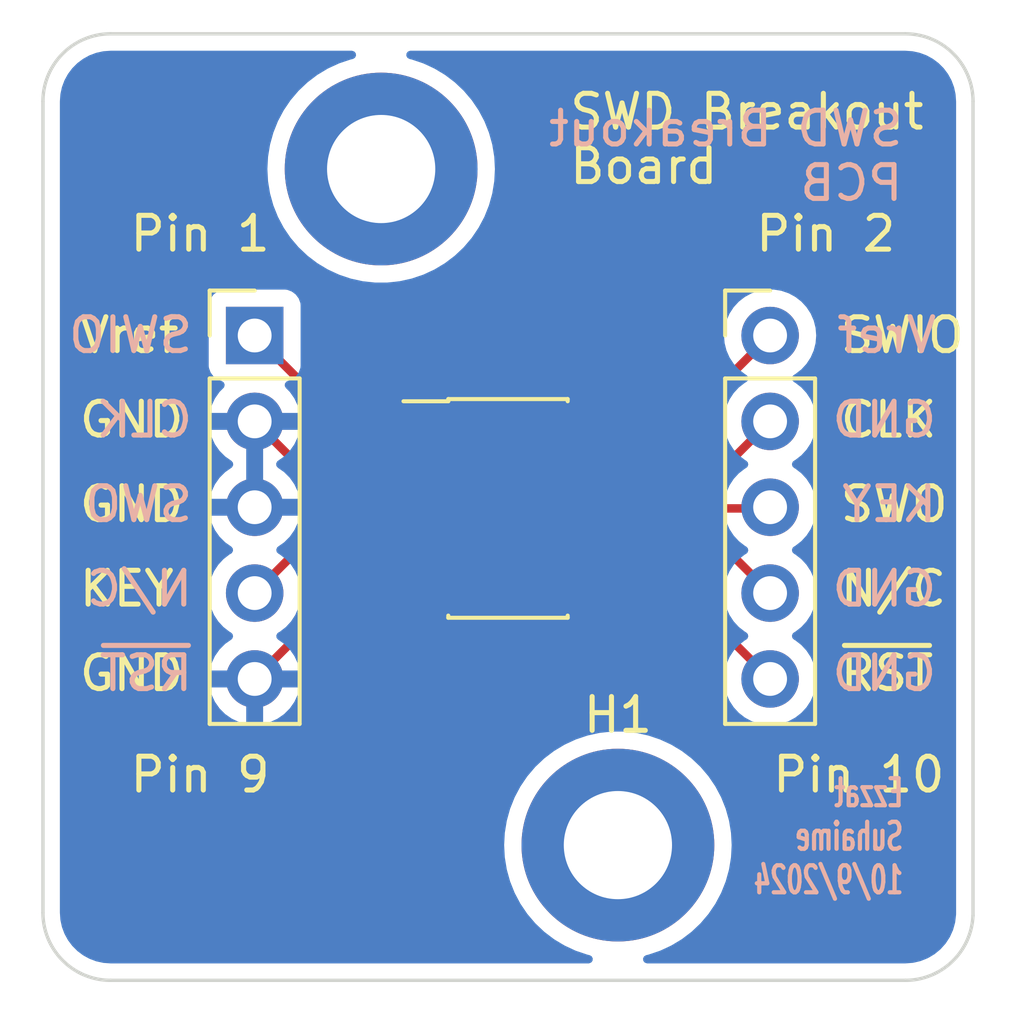
<source format=kicad_pcb>
(kicad_pcb (version 20240108) (generator "pcbnew") (generator_version "8.0")
  (layers (0 "F.Cu" signal) (31 "B.Cu" signal) (34 "B.Paste" user) (35 "F.Paste" user) (36 "B.SilkS" user "B.Silkscreen") (37 "F.SilkS" user "F.Silkscreen") (38 "B.Mask" user) (39 "F.Mask" user) (44 "Edge.Cuts" user))
  (net 0 "")
  (net 5 "/GND")
  (net 6 "/SWO")
  (net 7 "/n{slash}c")
  (net 8 "/SWIO")
  (net 9 "/Vref")
  (net 10 "/Key")
  (net 11 "/~{RST}")
  (net 12 "/CLK")
  (footprint "MountingHole:MountingHole_3.2mm_M3_ISO7380_Pad" (layer "F.Cu") (at 219 152)
    (property "Reference" "H1" (at 0 -3.85 0) (layer "F.SilkS"))
    (property "Value" "MountingHole")
    (pad "1" thru_hole circle (at 0 0) (size 5.7 5.7) (drill 3.2) (layers "*.Cu" "*.Mask"))
  )
  (footprint "Connector_PinHeader_2.54mm:PinHeader_1x05_P2.54mm_Vertical" (layer "F.Cu") (at 208.26 136.925)
    (property "Reference" "J2" (hide yes))
    (property "Value" "Conn_01x05_Socket")
    (fp_line (start -1.33 -1.33) (end 0 -1.33) (stroke (width 0.12)) (layer "F.SilkS"))
    (fp_line (start -1.33 0) (end -1.33 -1.33) (stroke (width 0.12)) (layer "F.SilkS"))
    (fp_line (start -1.33 1.27) (end -1.33 11.49) (stroke (width 0.12)) (layer "F.SilkS"))
    (fp_line (start -1.33 1.27) (end 1.33 1.27) (stroke (width 0.12)) (layer "F.SilkS"))
    (fp_line (start -1.33 11.49) (end 1.33 11.49) (stroke (width 0.12)) (layer "F.SilkS"))
    (fp_line (start 1.33 1.27) (end 1.33 11.49) (stroke (width 0.12)) (layer "F.SilkS"))
    (pad "1" thru_hole rect (at 0 0) (size 1.7 1.7) (drill 1) (layers "*.Cu" "*.Mask") (net 9 "/Vref"))
    (pad "2" thru_hole oval (at 0 2.54) (size 1.7 1.7) (drill 1) (layers "*.Cu" "*.Mask") (net 5 "/GND"))
    (pad "3" thru_hole oval (at 0 5.08) (size 1.7 1.7) (drill 1) (layers "*.Cu" "*.Mask") (net 5 "/GND"))
    (pad "4" thru_hole oval (at 0 7.62) (size 1.7 1.7) (drill 1) (layers "*.Cu" "*.Mask") (net 10 "/Key"))
    (pad "5" thru_hole oval (at 0 10.16) (size 1.7 1.7) (drill 1) (layers "*.Cu" "*.Mask") (net 5 "/GND"))
  )
  (footprint "Connector_PinHeader_2.54mm:PinHeader_1x05_P2.54mm_Vertical" (layer "F.Cu") (at 223.5 136.925)
    (property "Reference" "J3" (hide yes))
    (property "Value" "Conn_01x05_Socket")
    (fp_line (start -1.33 -1.33) (end 0 -1.33) (stroke (width 0.12)) (layer "F.SilkS"))
    (fp_line (start -1.33 0) (end -1.33 -1.33) (stroke (width 0.12)) (layer "F.SilkS"))
    (fp_line (start -1.33 1.27) (end -1.33 11.49) (stroke (width 0.12)) (layer "F.SilkS"))
    (fp_line (start -1.33 1.27) (end 1.33 1.27) (stroke (width 0.12)) (layer "F.SilkS"))
    (fp_line (start -1.33 11.49) (end 1.33 11.49) (stroke (width 0.12)) (layer "F.SilkS"))
    (fp_line (start 1.33 1.27) (end 1.33 11.49) (stroke (width 0.12)) (layer "F.SilkS"))
    (pad "1" thru_hole circle (at 0 0) (size 1.7 1.7) (drill 1) (layers "*.Cu" "*.Mask") (net 8 "/SWIO"))
    (pad "2" thru_hole oval (at 0 2.54) (size 1.7 1.7) (drill 1) (layers "*.Cu" "*.Mask") (net 12 "/CLK"))
    (pad "3" thru_hole oval (at 0 5.08) (size 1.7 1.7) (drill 1) (layers "*.Cu" "*.Mask") (net 6 "/SWO"))
    (pad "4" thru_hole oval (at 0 7.62) (size 1.7 1.7) (drill 1) (layers "*.Cu" "*.Mask") (net 7 "/n{slash}c"))
    (pad "5" thru_hole oval (at 0 10.16) (size 1.7 1.7) (drill 1) (layers "*.Cu" "*.Mask") (net 11 "/~{RST}"))
  )
  (footprint "Connector_PinHeader_1.27mm:PinHeader_2x05_P1.27mm_Vertical_SMD" (layer "F.Cu") (at 215.75 142.04)
    (property "Reference" "J1" (hide yes))
    (property "Value" "Conn_02x05_Odd_Even")
    (fp_line (start -3.09 -3.17) (end -1.765 -3.17) (stroke (width 0.12)) (layer "F.SilkS"))
    (fp_line (start -1.765 -3.235) (end -1.765 -3.17) (stroke (width 0.12)) (layer "F.SilkS"))
    (fp_line (start -1.765 -3.235) (end 1.765 -3.235) (stroke (width 0.12)) (layer "F.SilkS"))
    (fp_line (start -1.765 3.17) (end -1.765 3.235) (stroke (width 0.12)) (layer "F.SilkS"))
    (fp_line (start -1.765 3.235) (end 1.765 3.235) (stroke (width 0.12)) (layer "F.SilkS"))
    (fp_line (start 1.765 -3.235) (end 1.765 -3.17) (stroke (width 0.12)) (layer "F.SilkS"))
    (fp_line (start 1.765 3.17) (end 1.765 3.235) (stroke (width 0.12)) (layer "F.SilkS"))
    (pad "1" smd rect (at -1.95 -2.54) (size 2.4 0.74) (layers "F.Cu" "F.Paste" "F.Mask") (net 9 "/Vref"))
    (pad "2" smd rect (at 1.95 -2.54) (size 2.4 0.74) (layers "F.Cu" "F.Paste" "F.Mask") (net 8 "/SWIO"))
    (pad "3" smd rect (at -1.95 -1.27) (size 2.4 0.74) (layers "F.Cu" "F.Paste" "F.Mask") (net 5 "/GND"))
    (pad "4" smd rect (at 1.95 -1.27) (size 2.4 0.74) (layers "F.Cu" "F.Paste" "F.Mask") (net 12 "/CLK"))
    (pad "5" smd rect (at -1.95 0) (size 2.4 0.74) (layers "F.Cu" "F.Paste" "F.Mask") (net 5 "/GND"))
    (pad "6" smd rect (at 1.95 0) (size 2.4 0.74) (layers "F.Cu" "F.Paste" "F.Mask") (net 6 "/SWO"))
    (pad "7" smd rect (at -1.95 1.27) (size 2.4 0.74) (layers "F.Cu" "F.Paste" "F.Mask") (net 10 "/Key"))
    (pad "8" smd rect (at 1.95 1.27) (size 2.4 0.74) (layers "F.Cu" "F.Paste" "F.Mask") (net 7 "/n{slash}c"))
    (pad "9" smd rect (at -1.95 2.54) (size 2.4 0.74) (layers "F.Cu" "F.Paste" "F.Mask") (net 5 "/GND"))
    (pad "10" smd rect (at 1.95 2.54) (size 2.4 0.74) (layers "F.Cu" "F.Paste" "F.Mask") (net 11 "/~{RST}"))
  )
  (footprint "MountingHole:MountingHole_3.2mm_M3_ISO7380_Pad_TopBottom" (layer "F.Cu") (at 212 132)
    (property "Reference" "H2" (hide yes))
    (property "Value" "MountingHole")
    (pad "1" thru_hole circle (at 0 0) (size 3.6 3.6) (drill 3.2) (layers "*.Cu" "*.Mask"))
    (pad "1" connect circle (at 0 0) (size 5.7 5.7) (layers "F.Cu" "F.Mask"))
    (pad "1" connect circle (at 0 0) (size 5.7 5.7) (layers "B.Cu" "B.Mask"))
  )
  (gr_line (start 204 128) (end 227.5 128) (stroke (width 0.1)) (layer "Edge.Cuts"))
  (gr_arc (start 204 156) (mid 202.585786 155.414214) (end 202 154) (stroke (width 0.1)) (layer "Edge.Cuts"))
  (gr_arc (start 227.5 128) (mid 228.914214 128.585786) (end 229.5 130) (stroke (width 0.1)) (layer "Edge.Cuts"))
  (gr_line (start 227.5 156) (end 204 156) (stroke (width 0.1)) (layer "Edge.Cuts"))
  (gr_line (start 202 154) (end 202 130) (stroke (width 0.1)) (layer "Edge.Cuts"))
  (gr_arc (start 229.498163 154.085707) (mid 228.88358 155.444198) (end 227.5 156) (stroke (width 0.1)) (layer "Edge.Cuts"))
  (gr_line (start 229.5 130) (end 229.5 154.085786) (stroke (width 0.1)) (layer "Edge.Cuts"))
  (gr_arc (start 202 130) (mid 202.585786 128.585786) (end 204 128) (stroke (width 0.1)) (layer "Edge.Cuts"))
  (gr_text "GND" (at 228.5 147.5 0) (layer "B.SilkS") (effects (font (size 1 1)) (justify left bottom mirror)))
  (gr_text "SWO" (at 206.5 142.5 0) (layer "B.SilkS") (effects (font (size 1 1)) (justify left bottom mirror)))
  (gr_text "GND" (at 228.5 145 0) (layer "B.SilkS") (effects (font (size 1 1)) (justify left bottom mirror)))
  (gr_text "KEY" (at 228.5 142.5 0) (layer "B.SilkS") (effects (font (size 1 1)) (justify left bottom mirror)))
  (gr_text "N/C" (at 206.5 145 0) (layer "B.SilkS") (effects (font (size 1 1)) (justify left bottom mirror)))
  (gr_text "SWIO" (at 206.5 137.5 0) (layer "B.SilkS") (effects (font (size 1 1)) (justify left bottom mirror)))
  (gr_text "CLK" (at 206.5 140 0) (layer "B.SilkS") (effects (font (size 1 1)) (justify left bottom mirror)))
  (gr_text "Ezzat \nSuhaime\n10/9/2024" (at 227.5 153.5 0) (layer "B.SilkS") (effects (font (size 0.8 0.5) (thickness 0.125)) (justify left bottom mirror)))
  (gr_text "Vref" (at 228.5 137.5 0) (layer "B.SilkS") (effects (font (size 1 1)) (justify left bottom mirror)))
  (gr_text "~{RST}" (at 206.5 147.5 0) (layer "B.SilkS") (effects (font (size 1 1)) (justify left bottom mirror)))
  (gr_text "SWD Breakout\nPCB\n" (at 227.5 133 0) (layer "B.SilkS") (effects (font (size 1 1)) (justify left bottom mirror)))
  (gr_text "GND" (at 228.5 140 0) (layer "B.SilkS") (effects (font (size 1 1)) (justify left bottom mirror)))
  (gr_text "SWO" (at 225.5 142.5 0) (layer "F.SilkS") (effects (font (size 1 1)) (justify left bottom)))
  (gr_text "KEY" (at 203 145 0) (layer "F.SilkS") (effects (font (size 1 1)) (justify left bottom)))
  (gr_text "GND" (at 203 147.5 0) (layer "F.SilkS") (effects (font (size 1 1)) (justify left bottom)))
  (gr_text "Pin 9" (at 204.5 150.5 0) (layer "F.SilkS") (effects (font (size 1 1)) (justify left bottom)))
  (gr_text "N/C" (at 225.5 145 0) (layer "F.SilkS") (effects (font (size 1 1)) (justify left bottom)))
  (gr_text "SWD Breakout\nBoard" (at 217.5 132.5 0) (layer "F.SilkS") (effects (font (size 1 1)) (justify left bottom)))
  (gr_text "GND" (at 203 140 0) (layer "F.SilkS") (effects (font (size 1 1)) (justify left bottom)))
  (gr_text "SWIO" (at 225.5 137.5 0) (layer "F.SilkS") (effects (font (size 1 1)) (justify left bottom)))
  (gr_text "Vref" (at 203 137.5 0) (layer "F.SilkS") (effects (font (size 1 1)) (justify left bottom)))
  (gr_text "CLK" (at 225.5 140 0) (layer "F.SilkS") (effects (font (size 1 1)) (justify left bottom)))
  (gr_text "GND" (at 203 142.5 0) (layer "F.SilkS") (effects (font (size 1 1)) (justify left bottom)))
  (gr_text "~{RST}" (at 225.5 147.5 0) (layer "F.SilkS") (effects (font (size 1 1)) (justify left bottom)))
  (gr_text "Pin 2" (at 223 134.5 0) (layer "F.SilkS") (effects (font (size 1 1)) (justify left bottom)))
  (gr_text "Pin 10" (at 223.5 150.5 0) (layer "F.SilkS") (effects (font (size 1 1)) (justify left bottom)))
  (gr_text "Pin 1" (at 204.5 134.5 0) (layer "F.SilkS") (effects (font (size 1 1)) (justify left bottom)))
  (segment (start 213.8 142.04) (end 208.295 142.04) (width 0.25) (layer "F.Cu") (net 5))
  (segment (start 213.8 144.58) (end 210.765 144.58) (width 0.25) (layer "F.Cu") (net 5))
  (segment (start 210.765 144.58) (end 208.26 147.085) (width 0.25) (layer "F.Cu") (net 5))
  (segment (start 208.295 142.04) (end 208.26 142.005) (width 0.25) (layer "F.Cu") (net 5))
  (segment (start 213.8 140.77) (end 209.565 140.77) (width 0.25) (layer "F.Cu") (net 5))
  (segment (start 209.565 140.77) (end 208.26 139.465) (width 0.25) (layer "F.Cu") (net 5))
  (segment (start 223.465 142.04) (end 223.5 142.005) (width 0.25) (layer "F.Cu") (net 6))
  (segment (start 217.7 142.04) (end 223.465 142.04) (width 0.25) (layer "F.Cu") (net 6))
  (segment (start 217.7 143.31) (end 222.265 143.31) (width 0.25) (layer "F.Cu") (net 7))
  (segment (start 222.265 143.31) (end 223.5 144.545) (width 0.25) (layer "F.Cu") (net 7))
  (segment (start 217.7 139.5) (end 220.925 139.5) (width 0.25) (layer "F.Cu") (net 8))
  (segment (start 220.925 139.5) (end 223.5 136.925) (width 0.25) (layer "F.Cu") (net 8))
  (segment (start 213.8 139.5) (end 210.835 139.5) (width 0.25) (layer "F.Cu") (net 9))
  (segment (start 210.835 139.5) (end 208.26 136.925) (width 0.25) (layer "F.Cu") (net 9))
  (segment (start 209.495 143.31) (end 208.26 144.545) (width 0.25) (layer "F.Cu") (net 10))
  (segment (start 213.8 143.31) (end 209.495 143.31) (width 0.25) (layer "F.Cu") (net 10))
  (segment (start 220.995 144.58) (end 223.5 147.085) (width 0.25) (layer "F.Cu") (net 11))
  (segment (start 217.7 144.58) (end 220.995 144.58) (width 0.25) (layer "F.Cu") (net 11))
  (segment (start 222.195 140.77) (end 223.5 139.465) (width 0.25) (layer "F.Cu") (net 12))
  (segment (start 217.7 140.77) (end 222.195 140.77) (width 0.25) (layer "F.Cu") (net 12))
  (zone (net 5) (net_name "/GND") (layer "B.Cu") (connect_pads (clearance 0.508)) (min_thickness 0.25) (fill yes (thermal_gap 0.5) (thermal_bridge_width 0.5) (island_removal_mode 1) (island_area_min 10))
    (polygon (pts (xy 201 127) (xy 230.5 127) (xy 230.5 157) (xy 201 157)))
  )
)
</source>
